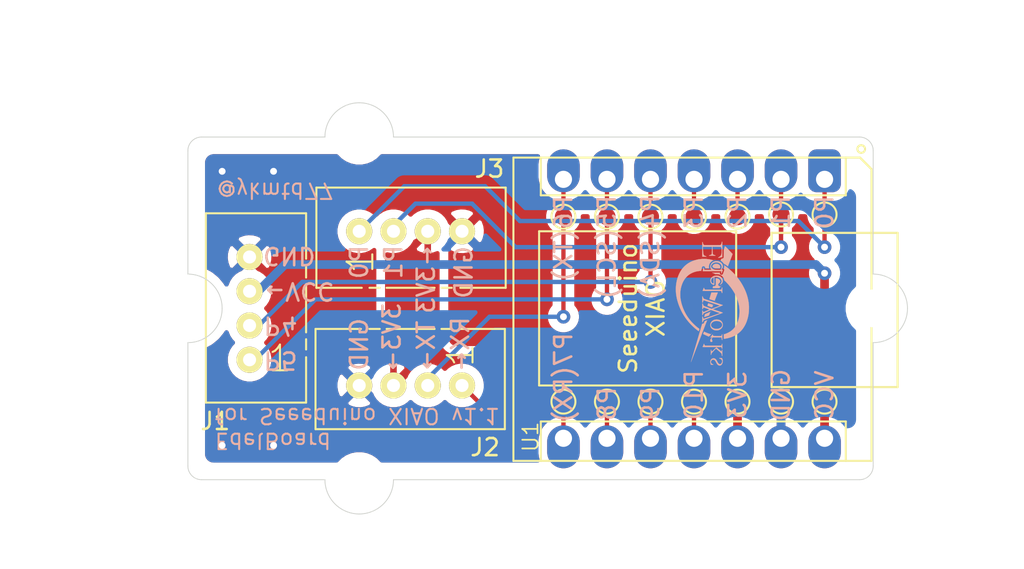
<source format=kicad_pcb>
(kicad_pcb (version 20171130) (host pcbnew "(5.1.6)-1")
  (layers (0 F.Cu signal) (31 B.Cu signal) (34 B.Paste user) (35 F.Paste user) (36 B.SilkS user) (37 F.SilkS user) (38 B.Mask user) (39 F.Mask user) (44 Edge.Cuts user))
  (net 0 "")
  (net 1 /GND)
  (net 2 /5V)
  (net 3 /A5_D5_SCL)
  (net 4 /A4_D4_SDA)
  (net 5 /A7_D7_RX)
  (net 6 /A6_D6_TX)
  (net 7 /3V3)
  (net 8 /A1_D1)
  (net 9 /A0_D0)
  (net 10 /A2_D2)
  (net 11 /A3_D3)
  (net 12 /A8_D8_SCK)
  (net 13 /A9_D9_MISO)
  (net 14 /A10_D10_MOSI)
  (module "SeeeduinoXIAO_Header:Seeeduino XIAO-MOUDLE14P-2.54-21X17.8MM_Header" (layer F.Cu) (at 119 101.2 270)
    (fp_text reference U1 (at 16.3 -1 270) (layer F.SilkS) (effects (font (size 0.889 0.889) (thickness 0.1016))))
    (fp_text value "" (at 8.89 -10.795 270) (layer F.SilkS) (effects (font (size 0.6096 0.6096) (thickness 0.0762))))
    (pad 1 thru_hole roundrect (at 1.27 -18.161 270) (size 2.5 1.9) (drill 1 (offset -0.5 0)) (layers *.Cu *.Mask) (net 9 /A0_D0))
    (pad 2 thru_hole oval (at 1.27 -15.621 270) (size 2.5 1.9) (drill 1 (offset -0.5 0)) (layers *.Cu *.Mask) (net 8 /A1_D1))
    (pad 3 thru_hole oval (at 1.27 -13.081 270) (size 2.5 1.9) (drill 1 (offset -0.5 0)) (layers *.Cu *.Mask) (net 10 /A2_D2))
    (pad 4 thru_hole oval (at 1.27 -10.541 270) (size 2.5 1.9) (drill 1 (offset -0.5 0)) (layers *.Cu *.Mask) (net 11 /A3_D3))
    (pad 5 thru_hole oval (at 1.27 -8.001 270) (size 2.5 1.9) (drill 1 (offset -0.5 0)) (layers *.Cu *.Mask) (net 4 /A4_D4_SDA))
    (pad 6 thru_hole oval (at 1.27 -5.461 270) (size 2.5 1.9) (drill 1 (offset -0.5 0)) (layers *.Cu *.Mask) (net 3 /A5_D5_SCL))
    (pad 7 thru_hole oval (at 1.27 -2.921 270) (size 2.5 1.9) (drill 1 (offset -0.5 0)) (layers *.Cu *.Mask) (net 6 /A6_D6_TX))
    (pad 8 thru_hole oval (at 16.383 -2.921 270) (size 2.5 1.9) (drill 1 (offset 0.5 0)) (layers *.Cu *.Mask) (net 5 /A7_D7_RX))
    (pad 9 thru_hole oval (at 16.383 -5.461 270) (size 2.5 1.9) (drill 1 (offset 0.5 0)) (layers *.Cu *.Mask) (net 12 /A8_D8_SCK))
    (pad 10 thru_hole oval (at 16.383 -8.001 270) (size 2.5 1.9) (drill 1 (offset 0.5 0)) (layers *.Cu *.Mask) (net 13 /A9_D9_MISO))
    (pad 11 thru_hole oval (at 16.383 -10.541 270) (size 2.5 1.9) (drill 1 (offset 0.5 0)) (layers *.Cu *.Mask) (net 14 /A10_D10_MOSI))
    (pad 12 thru_hole oval (at 16.383 -13.081 270) (size 2.5 1.9) (drill 1 (offset 0.5 0)) (layers *.Cu *.Mask) (net 7 /3V3))
    (pad 13 thru_hole oval (at 16.383 -15.621 270) (size 2.5 1.9) (drill 1 (offset 0.5 0)) (layers *.Cu *.Mask) (net 1 /GND))
    (pad 14 thru_hole oval (at 16.383 -18.161 270) (size 2.5 1.9) (drill 1 (offset 0.5 0)) (layers *.Cu *.Mask) (net 2 /5V))
  )
  (module Connector_Grove:Grove_1x04 (layer F.Cu) (at 103.6 113 180)
    (fp_text reference J1 (at 2 -3.586 180) (layer F.SilkS))
    (fp_text value Conn_01x04)
    (fp_text user 1 (at -1.775 0.075 180) (layer F.SilkS) (effects (font (size 1.5 1.5) (thickness 0.12))))
    (pad 1 thru_hole circle (at 0 0 180) (size 1.524 1.524) (drill 0.762) (layers *.Cu *.Mask F.SilkS) (net 3 /A5_D5_SCL))
    (pad 2 thru_hole circle (at 0 2 180) (size 1.524 1.524) (drill 0.762) (layers *.Cu *.Mask F.SilkS) (net 4 /A4_D4_SDA))
    (pad 3 thru_hole circle (at 0 4 180) (size 1.524 1.524) (drill 0.762) (layers *.Cu *.Mask F.SilkS) (net 2 /5V))
    (pad 4 thru_hole circle (at 0 6 180) (size 1.524 1.524) (drill 0.762) (layers *.Cu *.Mask F.SilkS) (net 1 /GND))
  )
  (module Connector_Grove:Grove_1x04 (layer F.Cu) (at 116 114.5 270)
    (fp_text reference J2 (at 3.61 -1.348) (layer F.SilkS))
    (fp_text value Conn_01x04)
    (fp_text user 1 (at -1.775 0.075 270) (layer F.SilkS) (effects (font (size 1.5 1.5) (thickness 0.12))))
    (pad 1 thru_hole circle (at 0 0 270) (size 1.524 1.524) (drill 0.762) (layers *.Cu *.Mask F.SilkS) (net 5 /A7_D7_RX))
    (pad 2 thru_hole circle (at 0 2 270) (size 1.524 1.524) (drill 0.762) (layers *.Cu *.Mask F.SilkS) (net 6 /A6_D6_TX))
    (pad 3 thru_hole circle (at 0 4 270) (size 1.524 1.524) (drill 0.762) (layers *.Cu *.Mask F.SilkS) (net 7 /3V3))
    (pad 4 thru_hole circle (at 0 6 270) (size 1.524 1.524) (drill 0.762) (layers *.Cu *.Mask F.SilkS) (net 1 /GND))
  )
  (module Connector_Grove:Grove_1x04 (layer F.Cu) (at 110 105.5 90)
    (fp_text reference J3 (at 3.646 7.602 180) (layer F.SilkS))
    (fp_text value Conn_01x04)
    (fp_text user 1 (at -1.775 0.075 90) (layer F.SilkS) (effects (font (size 1.5 1.5) (thickness 0.12))))
    (pad 1 thru_hole circle (at 0 0 90) (size 1.524 1.524) (drill 0.762) (layers *.Cu *.Mask F.SilkS) (net 9 /A0_D0))
    (pad 2 thru_hole circle (at 0 2 90) (size 1.524 1.524) (drill 0.762) (layers *.Cu *.Mask F.SilkS) (net 8 /A1_D1))
    (pad 3 thru_hole circle (at 0 4 90) (size 1.524 1.524) (drill 0.762) (layers *.Cu *.Mask F.SilkS) (net 7 /3V3))
    (pad 4 thru_hole circle (at 0 6 90) (size 1.524 1.524) (drill 0.762) (layers *.Cu *.Mask F.SilkS) (net 1 /GND))
  )
  (module TestPoint:TestPoint_Pad_D1.0mm (layer F.Cu) (at 137.16 104.521 90)
    (fp_text reference "" (at 0 -1.448 90) (layer F.SilkS))
    (fp_text value TestPoint)
    (pad 1 smd circle (at 0 0 90) (size 1 1) (layers F.Cu F.Mask) (net 9 /A0_D0))
  )
  (module TestPoint:TestPoint_Pad_D1.0mm (layer F.Cu) (at 134.62 104.521)
    (fp_text reference "" (at 0 -1.448) (layer F.SilkS))
    (fp_text value TestPoint)
    (pad 1 smd circle (at 0 0) (size 1 1) (layers F.Cu F.Mask) (net 8 /A1_D1))
  )
  (module TestPoint:TestPoint_Pad_D1.0mm (layer F.Cu) (at 132.08 104.648)
    (fp_text reference "" (at 0 -1.448) (layer F.SilkS))
    (fp_text value TestPoint)
    (pad 1 smd circle (at 0 0) (size 1 1) (layers F.Cu F.Mask) (net 10 /A2_D2))
  )
  (module TestPoint:TestPoint_Pad_D1.0mm (layer F.Cu) (at 129.54 104.648)
    (fp_text reference "" (at -6.735001 17.574999) (layer F.SilkS))
    (fp_text value TestPoint)
    (pad 1 smd circle (at 0 0) (size 1 1) (layers F.Cu F.Mask) (net 11 /A3_D3))
  )
  (module TestPoint:TestPoint_Pad_D1.0mm (layer F.Cu) (at 127 104.648 90)
    (fp_text reference "" (at 0 -1.448 90) (layer F.SilkS))
    (fp_text value TestPoint)
    (pad 1 smd circle (at 0 0 90) (size 1 1) (layers F.Cu F.Mask) (net 4 /A4_D4_SDA))
  )
  (module TestPoint:TestPoint_Pad_D1.0mm (layer F.Cu) (at 124.46 104.648)
    (fp_text reference "" (at 0 -1.448) (layer F.SilkS))
    (fp_text value TestPoint)
    (pad 1 smd circle (at 0 0) (size 1 1) (layers F.Cu F.Mask) (net 3 /A5_D5_SCL))
  )
  (module TestPoint:TestPoint_Pad_D1.0mm (layer F.Cu) (at 121.92 104.648)
    (fp_text reference "" (at 0 -1.448) (layer F.SilkS))
    (fp_text value TestPoint)
    (pad 1 smd circle (at 0 0) (size 1 1) (layers F.Cu F.Mask) (net 6 /A6_D6_TX))
  )
  (module TestPoint:TestPoint_Pad_D1.0mm (layer F.Cu) (at 121.92 115.443)
    (fp_text reference "" (at 0 -1.448) (layer F.SilkS))
    (fp_text value TestPoint)
    (pad 1 smd circle (at 0 0) (size 1 1) (layers F.Cu F.Mask) (net 5 /A7_D7_RX))
  )
  (module TestPoint:TestPoint_Pad_D1.0mm (layer F.Cu) (at 124.46 115.443)
    (fp_text reference "" (at 0 -1.448) (layer F.SilkS))
    (fp_text value TestPoint)
    (pad 1 smd circle (at 0 0) (size 1 1) (layers F.Cu F.Mask) (net 12 /A8_D8_SCK))
  )
  (module TestPoint:TestPoint_Pad_D1.0mm (layer F.Cu) (at 127 115.443)
    (fp_text reference "" (at 0 -1.448) (layer F.SilkS))
    (fp_text value TestPoint)
    (pad 1 smd circle (at 0 0) (size 1 1) (layers F.Cu F.Mask) (net 13 /A9_D9_MISO))
  )
  (module TestPoint:TestPoint_Pad_D1.0mm (layer F.Cu) (at 129.54 115.443)
    (fp_text reference "" (at 0 -1.448) (layer F.SilkS))
    (fp_text value TestPoint)
    (pad 1 smd circle (at 0 0) (size 1 1) (layers F.Cu F.Mask) (net 14 /A10_D10_MOSI))
  )
  (module TestPoint:TestPoint_Pad_D1.0mm (layer F.Cu) (at 132.08 115.443)
    (fp_text reference "" (at 0 -1.448) (layer F.SilkS))
    (fp_text value TestPoint)
    (pad 1 smd circle (at 0 0) (size 1 1) (layers F.Cu F.Mask) (net 7 /3V3))
  )
  (module TestPoint:TestPoint_Pad_D1.0mm (layer F.Cu) (at 134.62 115.443)
    (fp_text reference "" (at 12.446 -2.286) (layer F.SilkS))
    (fp_text value TestPoint)
    (pad 1 smd circle (at 0 0) (size 1 1) (layers F.Cu F.Mask) (net 1 /GND))
  )
  (module TestPoint:TestPoint_Pad_D1.0mm (layer F.Cu) (at 137.16 115.443)
    (fp_text reference "" (at 9.398 -0.254) (layer F.SilkS))
    (fp_text value TestPoint)
    (pad 1 smd circle (at 0 0) (size 1 1) (layers F.Cu F.Mask) (net 2 /5V))
  )
  (module MountingHole:MountingHole_2.2mm_M2 (layer F.Cu) (at 110 100)
    (fp_text reference "" (at 5.824 -3.48) (layer F.SilkS))
    (fp_text value MountingHole_2.2mm_M2)
    (pad 1 np_thru_hole circle (at 0 0) (size 2.2 2.2) (drill 2.2) (layers *.Cu *.Mask))
  )
  (module MountingHole:MountingHole_2.2mm_M2 (layer F.Cu) (at 110 120)
    (fp_text reference "" (at -0.018 4.968) (layer F.SilkS))
    (fp_text value MountingHole_2.2mm_M2)
    (pad 1 np_thru_hole circle (at 0 0) (size 2.2 2.2) (drill 2.2) (layers *.Cu *.Mask))
  )
  (module MountingHole:MountingHole_2.2mm_M2 (layer F.Cu) (at 140 110)
    (fp_text reference "" (at 8.59 -1.288) (layer F.SilkS))
    (fp_text value MountingHole_2.2mm_M2)
    (pad 1 np_thru_hole circle (at 0 0) (size 2.2 2.2) (drill 2.2) (layers *.Cu *.Mask))
  )
  (module image_silk:image_edelworks_logo_origin (layer B.Cu) (at 130.5 109.5 270)
    (fp_text reference "" hide)
    (fp_text value "" hide)
  )
  (gr_line (start 132 105.5) (end 120.5 105.5) (angle 90) (layer F.SilkS) (width 0.12))
  (gr_line (start 132 114.5) (end 132 105.5) (angle 90) (layer F.SilkS) (width 0.12))
  (gr_line (start 120.5 114.5) (end 132 114.5) (angle 90) (layer F.SilkS) (width 0.12))
  (gr_line (start 120.5 105.5) (end 120.5 114.5) (angle 90) (layer F.SilkS) (width 0.12))
  (gr_text "Seeeduino\nXIAO" (at 126.5 110 90) (layer F.SilkS) (effects (font (size 1 1))))
  (gr_text "EdelBoard\nfor Seeeduino XIAO v1.1" (at 101.5 117 180) (layer B.SilkS) (effects (font (size 0.9 0.9) (thickness 0.12)) (justify left mirror)))
  (gr_text @ykmtd77 (at 101.6 103.124 180) (layer B.SilkS) (effects (font (size 0.9 0.9) (thickness 0.12)) (justify left mirror)))
  (gr_text P0 (at 137.16 104.394 90) (layer B.SilkS) (effects (font (size 1 1)) (justify mirror)))
  (gr_text P1 (at 134.62 104.394 90) (layer B.SilkS) (effects (font (size 1 1)) (justify mirror)))
  (gr_text P2 (at 132.08 104.394 90) (layer B.SilkS) (effects (font (size 1 1)) (justify mirror)))
  (gr_text P3 (at 129.54 104.394 90) (layer B.SilkS) (effects (font (size 1 1)) (justify mirror)))
  (gr_text "P4(SDA)" (at 127 106.426 90) (layer B.SilkS) (effects (font (size 1 1)) (justify mirror)))
  (gr_text "P5(SCL)" (at 124.46 106.426 90) (layer B.SilkS) (effects (font (size 1 1)) (justify mirror)))
  (gr_text "P6(TX)" (at 121.92 105.918 90) (layer B.SilkS) (effects (font (size 1 1)) (justify mirror)))
  (gr_text "P7(RX)" (at 121.92 114.046 90) (layer B.SilkS) (effects (font (size 1 1)) (justify mirror)))
  (gr_text "P8\n" (at 124.46 115.57 90) (layer B.SilkS) (effects (font (size 1 1)) (justify mirror)))
  (gr_text P9 (at 127 115.57 90) (layer B.SilkS) (effects (font (size 1 1)) (justify mirror)))
  (gr_text P10 (at 129.54 115.062 90) (layer B.SilkS) (effects (font (size 1 1)) (justify mirror)))
  (gr_text 3V3 (at 132.08 115.062 90) (layer B.SilkS) (effects (font (size 1 1)) (justify mirror)))
  (gr_text GND (at 134.62 115.062 90) (layer B.SilkS) (effects (font (size 1 1)) (justify mirror)))
  (gr_text VCC (at 137.16 115.062 90) (layer B.SilkS) (effects (font (size 1 1)) (justify mirror)))
  (gr_text RX← (at 115.9 112.1 90) (layer B.SilkS) (effects (font (size 1 1)) (justify mirror)))
  (gr_text TX→ (at 113.9 112.2 90) (layer B.SilkS) (effects (font (size 1 1)) (justify mirror)))
  (gr_text 3V3→ (at 111.9 111.7 90) (layer B.SilkS) (effects (font (size 1 1)) (justify mirror)))
  (gr_text "GND\n" (at 110 112.1 90) (layer B.SilkS) (effects (font (size 1 1)) (justify mirror)))
  (gr_text P0 (at 110 107.3 90) (layer B.SilkS) (effects (font (size 1 1)) (justify mirror)))
  (gr_text P1 (at 112 107.3 90) (layer B.SilkS) (effects (font (size 1 1)) (justify mirror)))
  (gr_text ←3V3 (at 113.9 108.3 90) (layer B.SilkS) (effects (font (size 1 1)) (justify mirror)))
  (gr_text GND (at 116.1 107.9 90) (layer B.SilkS) (effects (font (size 1 1)) (justify mirror)))
  (gr_text GND (at 105.918 106.934 180) (layer B.SilkS) (effects (font (size 1 1)) (justify mirror)))
  (gr_text ←VCC (at 106.5 109 180) (layer B.SilkS) (effects (font (size 1 1)) (justify mirror)))
  (gr_text P4 (at 105.41 110.998 180) (layer B.SilkS) (effects (font (size 1 1)) (justify mirror)))
  (gr_text P5 (at 105.41 113.03 180) (layer B.SilkS) (effects (font (size 1 1)) (justify mirror)))
  (gr_line (start 140 112) (end 140 119.2) (angle 90) (layer Edge.Cuts) (width 0.05))
  (gr_line (start 140 100.8) (end 140 108) (angle 90) (layer Edge.Cuts) (width 0.05))
  (gr_line (start 100.8 120) (end 108 120) (angle 90) (layer Edge.Cuts) (width 0.05))
  (gr_line (start 100 112) (end 100 119.2) (angle 90) (layer Edge.Cuts) (width 0.05))
  (gr_line (start 100 100.8) (end 100 108) (angle 90) (layer Edge.Cuts) (width 0.05))
  (gr_line (start 108 100) (end 100.8 100) (angle 90) (layer Edge.Cuts) (width 0.05))
  (gr_arc (start 140 110) (end 142 110) (angle 90) (layer Edge.Cuts) (width 0.05))
  (gr_arc (start 140 110) (end 140 108) (angle 90) (layer Edge.Cuts) (width 0.05))
  (gr_arc (start 100 110) (end 102 110) (angle 90) (layer Edge.Cuts) (width 0.05))
  (gr_arc (start 100 110) (end 100 108) (angle 90) (layer Edge.Cuts) (width 0.05))
  (gr_arc (start 100.8 100.8) (end 100 100.8) (angle 90) (layer Edge.Cuts) (width 0.05))
  (gr_arc (start 100.8 119.2) (end 100.8 120) (angle 90) (layer Edge.Cuts) (width 0.05))
  (gr_line (start 112 120) (end 139.2 120) (angle 90) (layer Edge.Cuts) (width 0.05))
  (gr_line (start 139.2 100) (end 112 100) (angle 90) (layer Edge.Cuts) (width 0.05))
  (gr_arc (start 139.2 100.8) (end 139.2 100) (angle 90) (layer Edge.Cuts) (width 0.05))
  (gr_arc (start 139.2 119.2) (end 140 119.2) (angle 90) (layer Edge.Cuts) (width 0.05))
  (gr_arc (start 110 120) (end 112 120) (angle 90) (layer Edge.Cuts) (width 0.05))
  (gr_arc (start 110 120) (end 110 122) (angle 90) (layer Edge.Cuts) (width 0.05))
  (gr_arc (start 110 100) (end 108 100) (angle 90) (layer Edge.Cuts) (width 0.05))
  (gr_arc (start 110 100) (end 110 98) (angle 90) (layer Edge.Cuts) (width 0.05))
  (via (at 102 102) (size 0.8) (drill 0.4) (layers F.Cu B.Cu) (net 1))
  (via (at 102 118) (size 0.8) (drill 0.4) (layers F.Cu B.Cu) (net 1))
  (via (at 105 102) (size 0.8) (drill 0.4) (layers F.Cu B.Cu) (net 1))
  (via (at 105 118) (size 0.8) (drill 0.4) (layers F.Cu B.Cu) (net 1))
  (segment (start 134.621 117.583) (end 134.621 115.444) (width 0.508) (layer F.Cu) (net 1))
  (segment (start 134.621 115.444) (end 134.62 115.443) (width 0.508) (layer F.Cu) (net 1))
  (segment (start 137.161 117.583) (end 137.161 115.063) (width 0.508) (layer F.Cu) (net 2))
  (segment (start 137.161 117.583) (end 137.161 115.063) (width 0.25) (layer F.Cu) (net 2))
  (segment (start 137.161 115.063) (end 137.16 115.062) (width 0.25) (layer F.Cu) (net 2))
  (segment (start 137.16 107.95) (end 137.16 113.792) (width 0.508) (layer F.Cu) (net 2))
  (via (at 137.16 107.95) (size 0.8) (drill 0.4) (layers F.Cu B.Cu) (net 2))
  (segment (start 137.16 113.792) (end 137.16 115.062) (width 0.508) (layer F.Cu) (net 2))
  (segment (start 136.94 107.73) (end 137.16 107.95) (width 0.25) (layer B.Cu) (net 2))
  (segment (start 103.6 109) (end 103.852 109) (width 0.381) (layer B.Cu) (net 2))
  (segment (start 103.6 109) (end 104.106 109) (width 0.508) (layer B.Cu) (net 2))
  (segment (start 137.16 107.95) (end 137.16 107.95) (width 0.508) (layer B.Cu) (net 2))
  (segment (start 136.652 107.442) (end 137.16 107.95) (width 0.508) (layer B.Cu) (net 2))
  (segment (start 105.664 107.442) (end 136.652 107.442) (width 0.508) (layer B.Cu) (net 2))
  (segment (start 104.106 109) (end 105.664 107.442) (width 0.508) (layer B.Cu) (net 2))
  (segment (start 124.461 102.978) (end 124.461 109.473) (width 0.25) (layer F.Cu) (net 3))
  (segment (start 107.442 109.474) (end 124.46 109.474) (width 0.25) (layer B.Cu) (net 3))
  (segment (start 103.916 113) (end 103.6 113) (width 0.254) (layer B.Cu) (net 3))
  (segment (start 103.916 113) (end 107.442 109.474) (width 0.254) (layer B.Cu) (net 3))
  (segment (start 124.461 109.473) (end 124.46 109.474) (width 0.25) (layer F.Cu) (net 3))
  (via (at 124.46 109.474) (size 0.8) (drill 0.4) (layers F.Cu B.Cu) (net 3))
  (segment (start 103.6 111) (end 104.138 111) (width 0.254) (layer B.Cu) (net 4))
  (segment (start 107.188 108.458) (end 107.696 108.458) (width 0.25) (layer B.Cu) (net 4))
  (via (at 127 108.458) (size 0.8) (drill 0.4) (layers F.Cu B.Cu) (net 4))
  (segment (start 127.001 108.457) (end 127 108.458) (width 0.25) (layer F.Cu) (net 4))
  (segment (start 127 108.458) (end 107.696 108.458) (width 0.254) (layer B.Cu) (net 4))
  (segment (start 127.001 108.457) (end 127.001 100.946) (width 0.25) (layer F.Cu) (net 4))
  (segment (start 107.188 108.458) (end 106.68 108.458) (width 0.254) (layer B.Cu) (net 4))
  (segment (start 106.68 108.458) (end 104.138 111) (width 0.254) (layer B.Cu) (net 4))
  (segment (start 103.884 111) (end 103.6 111) (width 0.254) (layer B.Cu) (net 4))
  (segment (start 121.921 115.063) (end 121.92 115.062) (width 0.254) (layer F.Cu) (net 5))
  (segment (start 116.562 115.062) (end 116 114.5) (width 0.25) (layer F.Cu) (net 5))
  (segment (start 121.921 117.583) (end 121.921 115.063) (width 0.254) (layer F.Cu) (net 5))
  (segment (start 121.92 115.443) (end 121.793 115.443) (width 0.25) (layer F.Cu) (net 5))
  (segment (start 121.793 115.443) (end 121.666 115.57) (width 0.25) (layer F.Cu) (net 5))
  (segment (start 121.666 115.57) (end 117.07 115.57) (width 0.25) (layer F.Cu) (net 5))
  (segment (start 117.07 115.57) (end 116 114.5) (width 0.25) (layer F.Cu) (net 5))
  (segment (start 121.921 102.47) (end 121.921 104.901) (width 0.25) (layer F.Cu) (net 6))
  (segment (start 121.921 104.901) (end 121.92 104.902) (width 0.25) (layer F.Cu) (net 6))
  (via (at 121.92 110.49) (size 0.8) (drill 0.4) (layers F.Cu B.Cu) (net 6))
  (segment (start 114 114.092) (end 114.3 113.792) (width 0.254) (layer B.Cu) (net 6))
  (segment (start 114 114.5) (end 114 114.092) (width 0.254) (layer B.Cu) (net 6))
  (segment (start 121.92 110.49) (end 121.92 104.394) (width 0.25) (layer F.Cu) (net 6))
  (segment (start 121.92 110.49) (end 117.602 110.49) (width 0.254) (layer B.Cu) (net 6))
  (segment (start 114.3 113.792) (end 117.602 110.49) (width 0.254) (layer B.Cu) (net 6))
  (segment (start 112 114.5) (end 112 112.917) (width 0.381) (layer F.Cu) (net 7))
  (segment (start 112 112.917) (end 112.014 112.903) (width 0.381) (layer F.Cu) (net 7))
  (segment (start 112.014 112.903) (end 113.919 112.903) (width 0.381) (layer F.Cu) (net 7))
  (segment (start 113.919 112.903) (end 114 112.822) (width 0.381) (layer F.Cu) (net 7))
  (segment (start 114 112.822) (end 114 112.776) (width 0.381) (layer F.Cu) (net 7))
  (segment (start 114 112.776) (end 114 105.5) (width 0.381) (layer F.Cu) (net 7))
  (segment (start 132.08 115.443) (end 132.08 117.582) (width 0.508) (layer F.Cu) (net 7))
  (segment (start 132.08 117.582) (end 132.081 117.583) (width 0.508) (layer F.Cu) (net 7))
  (segment (start 132.08 115.443) (end 130.175 113.538) (width 0.254) (layer F.Cu) (net 7))
  (segment (start 114.173 112.776) (end 114 112.776) (width 0.254) (layer F.Cu) (net 7))
  (segment (start 114 112.603) (end 114.173 112.776) (width 0.254) (layer F.Cu) (net 7))
  (segment (start 114 112.476) (end 114 112.603) (width 0.254) (layer F.Cu) (net 7))
  (segment (start 114.554 113.03) (end 114 112.476) (width 0.254) (layer F.Cu) (net 7))
  (segment (start 116.967 113.03) (end 114.554 113.03) (width 0.254) (layer F.Cu) (net 7))
  (segment (start 117.475 113.538) (end 116.967 113.03) (width 0.254) (layer F.Cu) (net 7))
  (segment (start 130.175 113.538) (end 117.475 113.538) (width 0.254) (layer F.Cu) (net 7))
  (segment (start 134.621 102.47) (end 134.621 104.901) (width 0.254) (layer F.Cu) (net 8))
  (segment (start 134.621 104.901) (end 134.62 104.902) (width 0.254) (layer F.Cu) (net 8))
  (segment (start 134.62 105.029) (end 134.62 106.426) (width 0.254) (layer F.Cu) (net 8))
  (segment (start 119.126 106.426) (end 116.586 103.886) (width 0.254) (layer B.Cu) (net 8))
  (segment (start 119.761 106.426) (end 119.126 106.426) (width 0.254) (layer B.Cu) (net 8))
  (via (at 134.62 106.426) (size 0.8) (drill 0.4) (layers F.Cu B.Cu) (net 8))
  (segment (start 112 105.17) (end 112 105.5) (width 0.254) (layer B.Cu) (net 8))
  (segment (start 112 105.17) (end 113.284 103.886) (width 0.254) (layer B.Cu) (net 8))
  (segment (start 113.284 103.886) (end 116.586 103.886) (width 0.254) (layer B.Cu) (net 8))
  (segment (start 119.761 106.426) (end 134.62 106.426) (width 0.254) (layer B.Cu) (net 8))
  (segment (start 134.62 104.902) (end 134.62 105.664) (width 0.254) (layer F.Cu) (net 8))
  (segment (start 110 105.5) (end 110 105.936) (width 0.25) (layer B.Cu) (net 9))
  (segment (start 137.16 104.14) (end 137.16 106.426) (width 0.25) (layer F.Cu) (net 9))
  (segment (start 112.63 102.87) (end 110 105.5) (width 0.254) (layer B.Cu) (net 9))
  (segment (start 117.348 102.87) (end 112.63 102.87) (width 0.254) (layer B.Cu) (net 9))
  (segment (start 119.38 104.902) (end 117.348 102.87) (width 0.254) (layer B.Cu) (net 9))
  (segment (start 135.636 104.902) (end 119.38 104.902) (width 0.254) (layer B.Cu) (net 9))
  (segment (start 137.16 106.426) (end 135.636 104.902) (width 0.254) (layer B.Cu) (net 9))
  (via (at 137.16 106.426) (size 0.8) (drill 0.4) (layers F.Cu B.Cu) (net 9))
  (segment (start 137.16 104.902) (end 137.161 104.901) (width 0.25) (layer F.Cu) (net 9))
  (segment (start 137.161 104.901) (end 137.161 102.47) (width 0.25) (layer F.Cu) (net 9))
  (segment (start 132.081 102.47) (end 132.081 104.901) (width 0.25) (layer F.Cu) (net 10))
  (segment (start 132.081 104.901) (end 132.08 104.902) (width 0.25) (layer F.Cu) (net 10))
  (segment (start 129.54 104.902) (end 129.54 102.471) (width 0.25) (layer F.Cu) (net 11))
  (segment (start 129.54 102.471) (end 129.541 102.47) (width 0.25) (layer F.Cu) (net 11))
  (segment (start 124.46 115.062) (end 124.46 117.582) (width 0.254) (layer F.Cu) (net 12))
  (segment (start 124.46 117.582) (end 124.461 117.583) (width 0.254) (layer F.Cu) (net 12))
  (segment (start 127 115.062) (end 127 117.582) (width 0.254) (layer F.Cu) (net 13))
  (segment (start 127 117.582) (end 127.001 117.583) (width 0.254) (layer F.Cu) (net 13))
  (segment (start 129.54 115.062) (end 129.54 117.582) (width 0.254) (layer F.Cu) (net 14))
  (segment (start 129.54 117.582) (end 129.541 117.583) (width 0.254) (layer F.Cu) (net 14))
  (zone (net 7) (net_name /3V3) (layer F.Cu) (connect_pads (clearance 0.508)) (min_thickness 0.254) (fill yes (arc_segments 32) (thermal_gap 0.508) (thermal_bridge_width 0.508) (smoothing fillet) (radius 0.5))
    (polygon (pts (xy 114.8 112.5) (xy 133.2 112.5) (xy 133.2 115.5) (xy 131.2 115.5) (xy 131.2 114.9) (xy 121.2 114.9) (xy 121.2 114.7) (xy 111.5 114.7) (xy 111.5 106) (xy 113.5 106) (xy 113.5 105.2) (xy 114.8 105.2)))
  )
  (zone (net 1) (net_name /GND) (layer F.Cu) (priority 1) (connect_pads (clearance 0.508)) (min_thickness 0.254) (fill yes (arc_segments 32) (thermal_gap 0.508) (thermal_bridge_width 0.508) (smoothing fillet) (radius 0.5))
    (polygon (pts (xy 139 115.5) (xy 133.6 115.5) (xy 133.6 112.2) (xy 115.2 112.2) (xy 115.2 105) (xy 111 105) (xy 111 112) (xy 111 115) (xy 121 115) (xy 121 119) (xy 101 119) (xy 101 101) (xy 121.5 101) (xy 121.5 104.5) (xy 139 104.5)))
  )
  (zone (net 1) (net_name /GND) (layer B.Cu) (connect_pads (clearance 0.508)) (min_thickness 0.254) (fill yes (arc_segments 32) (thermal_gap 0.508) (thermal_bridge_width 0.508) (smoothing fillet) (radius 0.5))
    (polygon (pts (xy 139 117) (xy 138 117) (xy 138 119) (xy 101 119) (xy 101 101) (xy 138 101) (xy 138 103) (xy 139 103)))
  )
)
</source>
